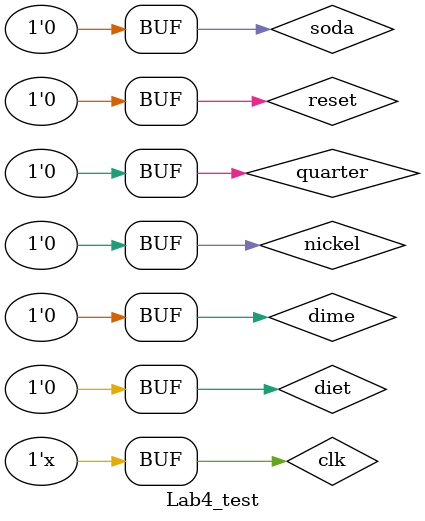
<source format=v>
module Lab4_test;

	// Inputs
	reg quarter;
	reg nickel;
	reg dime;
	reg soda;
	reg diet;
	reg clk;
	reg reset;
	// Outputs
	wire GiveSoda;
	wire GiveDiet;
	wire Change;
	wire [3:0] curr;
	wire [3:0] next;
	wire divided_clk;

	// Instantiate the Unit Under Test (UUT)
	Lab4 uut (
		.quarter_in(quarter), 
		.nickel_in(nickel), 
		.dime_in(dime), 
		.soda_in(soda), 
		.diet_in(diet), 
		.clk(clk), 
		.GiveSoda(GiveSoda), 
		.GiveDiet(GiveDiet), 
		.Change(Change),
		.curr(curr),
		.next(next),
		.divided_clk(divided_clk)
	);
	
	always begin
		clk = ~clk;
		#1;
	end

	initial begin
		// Initialize Inputs
		quarter = 0;
		nickel = 0;
		dime = 0;
		soda = 0;
		diet = 0;
		clk = 0;
		reset = 0;
		#50;
		reset = 1;
		#50
		reset = 0;
		// Wait 100 ns for global reset to finish
		#100;
		nickel = 1;
		
		#200;
		nickel = 0;
		#40;
				
		#10;
		quarter = 1;
		
		#10;
		quarter = 0;
		#40;
		
		#10;
		dime = 1;
		
		#10;
		dime = 0;
		#40;
		
		#10;
		quarter = 1;
		
		#10;
		quarter = 0;
		#40;
		
		#50;
		soda = 1;
		#100
		quarter = 1;
		#30;
		quarter = 0;
		#30
		quarter = 1;
		#30;
		quarter = 0;
		#30
		
		#200;
		soda = 0;
		#40;
		
//		parameter s0 = 4'b0000;		//0
//		parameter s5 = 4'b0001;		//1
//		parameter s10 = 4'b0010;	//2
//		parameter s15 = 4'b0011;	//3
//		parameter s20 = 4'b0100;	//4
//		parameter s25 = 4'b0101;	//5
//		parameter s30 = 4'b0110;	//6
//		parameter s35 = 4'b0111;	//7
//		parameter s40 = 4'b1000;	//8
//		parameter s45 = 4'b1001;	//9
//		parameter s50 = 4'b1010;	//10
//		parameter s55 = 4'b1011;	//11
//		parameter s60 = 4'b1100;	//12
//		parameter s65 = 4'b1101;	//13

	end
      
endmodule


</source>
